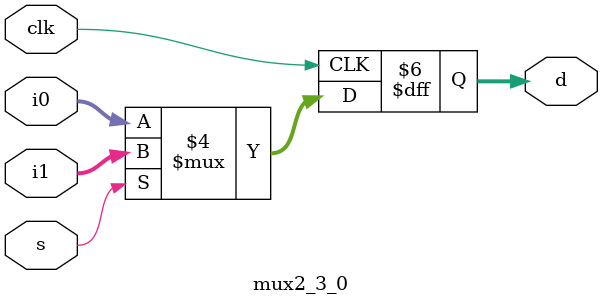
<source format=sv>
`timescale 1ns / 1ps


module datapath(input logic clk,
                input logic pc_we, pc_clr,
                input logic IM_we, IM_clr,
                input logic isexternal, load, store, input logic[15:0] out_instruction,
                input logic up_btn_debounced,
                input logic RF_clr, RF_we,
                input logic ALU_sel,
                input logic M_clr, M_we, M_re,
                output logic[11:0] ins,
                output logic[6:0] seg1, seg2, seg3);
    
    logic[2:0] pc, pc_next;
    logic[11:0] IM_rd;
    logic[2:0] RF_addr2, RF_wa1, RF_wa;
    logic[3:0] RF_wd1, RF_wd, RF_d1, RF_d2, RF_disp1, RF_disp2, ALU_disp;
    
    logic[3:0] ALU_result;
    logic[3:0] M_add, M_rd;
    logic RF_we_real;
    DFF PC(pc_next, clk, pc_we, pc_clr, pc);
    imem instructions(clk, IM_we, IM_clr, pc, out_instruction[11:0], IM_rd);
    
    mux2_11_0 instruction_selection(clk, out_instruction[11:0], IM_rd, isexternal, ins);
    mux2_2_0 reg_file_addr2(clk, ins[6:4], ins[5:3], store, RF_addr2);
    
    mux2_2_0 reg_file_waddr1(clk, ins[6:4], ins[8:6], load, RF_wa1);
    mux2_2_0 reg_file_waddr(clk, out_instruction[11:9], RF_wa1, up_btn_debounced, RF_wa);
    
    mux2_3_0 reg_file_wdata1(clk, M_rd, ALU_result, load, RF_wd1);
    mux2_3_0 reg_file_wdata(clk, out_instruction[15:12], RF_wd1, up_btn_debounced, RF_wd);
    
    or o(RF_we_real, RF_we, up_btn_debounced);
    
    reg_file register_file(clk, RF_clr, ins[2:0], RF_addr2, RF_wa, RF_wd, RF_we_real, RF_d1, RF_d2);
    alu alu(RF_d1, RF_d2, ALU_sel, ALU_result);
    
    DFF3 d1(RF_d1, clk, pc_we, pc_clr, RF_disp1);
    DFF3 d2(RF_d2, clk, pc_we, pc_clr, RF_disp2);
    DFF3 d3(ALU_result, clk, pc_we, pc_clr, ALU_disp);
    mux2_3_0 mem_add_selection(ins[3:0], out_instruction[3:0], (load | store), M_add);
    
    dmem dmem(clk, M_clr, M_add, RF_d2, M_we, M_re, M_rd);
    initial begin
        pc <= 3'b000;
        seg1 <= 4'b0000;
        seg2 <= 4'b0000;
        seg3 <= 4'b0000;
    end
    always_comb begin
        pc_next <= pc + 3'b001;
        seg1 <= RF_disp1;
        seg2 <= RF_disp2;
        seg3 <= ALU_disp;
    end
endmodule

module DFF( input logic[2:0]D,
            input logic Clk,
            input logic we, clr,
            output logic[2:0] Q);
    initial begin
        Q <= 3'b000;
    end
    always @(posedge Clk)
        if(~clr) begin
            if(we) begin
                Q<=D;
            end
            else begin
                Q <= Q;
            end
        end
        else begin
            Q <= 3'b000;
        end
endmodule

module DFF3( input logic[3:0]D,
            input logic Clk,
            input logic we, clr,
            output logic[3:0] Q);
    initial begin
        Q <= 4'b000;
    end
    always @(posedge Clk)
        if(~clr) begin
            if(we) begin
                Q<=D;
            end
            else begin
                Q <= Q;
            end
        end
        else begin
            Q <= 4'b000;
        end
endmodule

module mux2_11_0(   input logic clk,
                    input logic[11:0] i1, i0, 
                    input logic s, 
                    output logic[11:0]d);
    
    always @(posedge clk) begin
        if(~s) begin
            d <= i0;
        end
        else begin 
            d <= i1;
        end
    end
endmodule

module mux2_2_0(    input logic clk,
                    input logic[2:0]i1, i0,
                    input logic s, 
                    output logic[2:0] d);
    
    always @(posedge clk) begin
        if(~s) begin
            d <= i0;
        end
        else begin 
            d <= i1;
        end
    end
endmodule

module mux2_3_0(    input logic clk,
                    input logic[3:0]i1, i0, 
                    input logic s, 
                    output logic[3:0] d);
    
    always @(posedge clk) begin
        if(~s) begin
            d <= i0;
        end
        else begin 
            d <= i1;
        end
    end
endmodule

</source>
